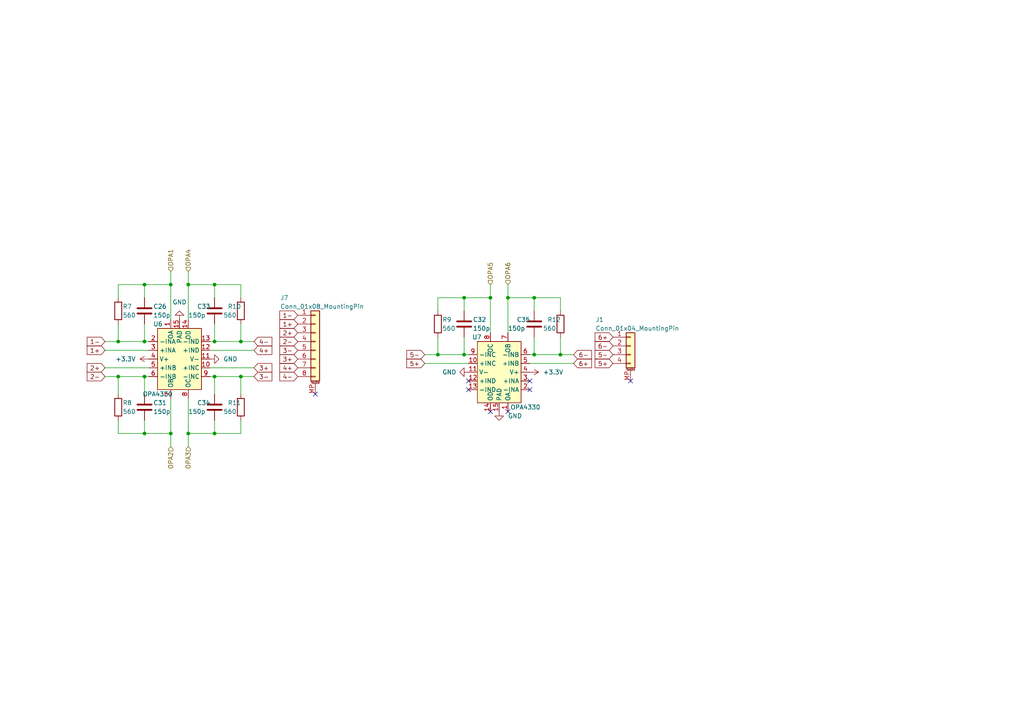
<source format=kicad_sch>
(kicad_sch (version 20231120) (generator "eeschema") (generator_version "8.0")
  (paper "A4")
  (title_block (title "Course Sun Sensor") (date "2024-04-18") (rev "V1") (comment 1 "22619291") (comment 2 "DP Theron"))
  (lib_symbols
    (symbol "Connector_Generic_MountingPin:Conn_01x04_MountingPin" (pin_names (offset 1.016) hide)
      (property "Reference" "J" (at 0 5.08 0))
      (property "Value" "Conn_01x04_MountingPin" (at 1.27 -7.62 0))
      (symbol "Conn_01x04_MountingPin_1_1"
        (rectangle (start -1.27 -4.953) (end 0 -5.207) (stroke (width 0.1524)))
        (rectangle (start -1.27 -2.413) (end 0 -2.667) (stroke (width 0.1524)))
        (rectangle (start -1.27 0.127) (end 0 -0.127) (stroke (width 0.1524)))
        (rectangle (start -1.27 2.667) (end 0 2.413) (stroke (width 0.1524)))
        (rectangle (start -1.27 3.81) (end 1.27 -6.35) (stroke (width 0.254)) (fill (type background)))
        (polyline (pts (xy -1.016 -7.112) (xy 1.016 -7.112)) (stroke (width 0.1524)))
        (text "Mounting" (at 0 -6.731 0) (effects (font (size 0.381 0.381))))
        (pin passive line (at -5.08 2.54 0) (length 3.81) (name "Pin_1") (number "1"))
        (pin passive line (at -5.08 0 0) (length 3.81) (name "Pin_2") (number "2"))
        (pin passive line (at -5.08 -2.54 0) (length 3.81) (name "Pin_3") (number "3"))
        (pin passive line (at -5.08 -5.08 0) (length 3.81) (name "Pin_4") (number "4"))
        (pin passive line (at 0 -10.16 90) (length 3.048) (name "MountPin") (number "MP"))
      )
    )
    (symbol "Connector_Generic_MountingPin:Conn_01x08_MountingPin" (pin_names (offset 1.016) hide)
      (property "Reference" "J" (at 0 10.16 0))
      (property "Value" "Conn_01x08_MountingPin" (at 1.27 -12.7 0))
      (symbol "Conn_01x08_MountingPin_1_1"
        (rectangle (start -1.27 -10.033) (end 0 -10.287) (stroke (width 0.1524)))
        (rectangle (start -1.27 -7.493) (end 0 -7.747) (stroke (width 0.1524)))
        (rectangle (start -1.27 -4.953) (end 0 -5.207) (stroke (width 0.1524)))
        (rectangle (start -1.27 -2.413) (end 0 -2.667) (stroke (width 0.1524)))
        (rectangle (start -1.27 0.127) (end 0 -0.127) (stroke (width 0.1524)))
        (rectangle (start -1.27 2.667) (end 0 2.413) (stroke (width 0.1524)))
        (rectangle (start -1.27 5.207) (end 0 4.953) (stroke (width 0.1524)))
        (rectangle (start -1.27 7.747) (end 0 7.493) (stroke (width 0.1524)))
        (rectangle (start -1.27 8.89) (end 1.27 -11.43) (stroke (width 0.254)) (fill (type background)))
        (polyline (pts (xy -1.016 -12.192) (xy 1.016 -12.192)) (stroke (width 0.1524)))
        (text "Mounting" (at 0 -11.811 0) (effects (font (size 0.381 0.381))))
        (pin passive line (at -5.08 7.62 0) (length 3.81) (name "Pin_1") (number "1"))
        (pin passive line (at -5.08 5.08 0) (length 3.81) (name "Pin_2") (number "2"))
        (pin passive line (at -5.08 2.54 0) (length 3.81) (name "Pin_3") (number "3"))
        (pin passive line (at -5.08 0 0) (length 3.81) (name "Pin_4") (number "4"))
        (pin passive line (at -5.08 -2.54 0) (length 3.81) (name "Pin_5") (number "5"))
        (pin passive line (at -5.08 -5.08 0) (length 3.81) (name "Pin_6") (number "6"))
        (pin passive line (at -5.08 -7.62 0) (length 3.81) (name "Pin_7") (number "7"))
        (pin passive line (at -5.08 -10.16 0) (length 3.81) (name "Pin_8") (number "8"))
        (pin passive line (at 0 -15.24 90) (length 3.048) (name "MountPin") (number "MP"))
      )
    )
    (symbol "Device:C" (pin_numbers hide) (pin_names (offset 0.254))
      (property "Reference" "C" (at 0.635 2.54 0))
      (property "Value" "C" (at 0.635 -2.54 0))
      (symbol "C_0_1"
        (polyline (pts (xy -2.032 -0.762) (xy 2.032 -0.762)) (stroke (width 0.508)))
        (polyline (pts (xy -2.032 0.762) (xy 2.032 0.762)) (stroke (width 0.508)))
      )
      (symbol "C_1_1"
        (pin passive line (at 0 3.81 270) (length 2.794) (name "~") (number "1"))
        (pin passive line (at 0 -3.81 90) (length 2.794) (name "~") (number "2"))
      )
    )
    (symbol "Device:R" (pin_numbers hide) (pin_names (offset 0))
      (property "Reference" "R" (at 2.032 0 90))
      (property "Value" "R" (at 0 0 90))
      (symbol "R_0_1"
        (rectangle (start -1.016 -2.54) (end 1.016 2.54) (stroke (width 0.254)))
      )
      (symbol "R_1_1"
        (pin passive line (at 0 3.81 270) (length 1.27) (name "~") (number "1"))
        (pin passive line (at 0 -3.81 90) (length 1.27) (name "~") (number "2"))
      )
    )
    (symbol "OPA4330_1"
      (property "Reference" "U" (at -6.35 10.16 0))
      (symbol "OPA4330_1_0_0"
        (text_box "" (at -6.35 8.89 0) (size 12.7 -17.78) (fill (type color) (color 255 255 194 1)) (effects (font (size 1.27 1.27)) (justify left top)))
      )
      (symbol "OPA4330_1_0_1"
        (rectangle (start -6.35 8.89) (end 6.35 -8.89))
      )
      (symbol "OPA4330_1_1_1"
        (pin output line (at -2.54 11.43 270) (length 2.54) (name "OA") (number "1"))
        (pin input line (at 8.89 -2.54 180) (length 2.54) (name "+INC") (number "10"))
        (pin power_out line (at 8.89 0 180) (length 2.54) (name "V-") (number "11"))
        (pin input line (at 8.89 2.54 180) (length 2.54) (name "+IND") (number "12"))
        (pin input line (at 8.89 5.08 180) (length 2.54) (name "-IND") (number "13"))
        (pin output line (at 2.54 11.43 270) (length 2.54) (name "OD") (number "14"))
        (pin passive line (at 0 11.43 270) (length 2.54) (name "PAD") (number "15"))
        (pin input line (at -8.89 5.08 0) (length 2.54) (name "-INA") (number "2"))
        (pin input line (at -8.89 2.54 0) (length 2.54) (name "+INA") (number "3"))
        (pin power_in line (at -8.89 0 0) (length 2.54) (name "V+") (number "4"))
        (pin input line (at -8.89 -2.54 0) (length 2.54) (name "+INB") (number "5"))
        (pin input line (at -8.89 -5.08 0) (length 2.54) (name "-INB") (number "6"))
        (pin output line (at -2.54 -11.43 90) (length 2.54) (name "OB") (number "7"))
        (pin output line (at 2.54 -11.43 90) (length 2.54) (name "OC") (number "8"))
        (pin input line (at 8.89 -5.08 180) (length 2.54) (name "-INC") (number "9"))
      )
    )
    (symbol "power:+3.3V" (power) (pin_names (offset 0))
      (property "Value" "+3.3V" (at 0 3.556 0))
      (symbol "+3.3V_0_1"
        (polyline (pts (xy -0.762 1.27) (xy 0 2.54)))
        (polyline (pts (xy 0 0) (xy 0 2.54)))
        (polyline (pts (xy 0 2.54) (xy 0.762 1.27)))
      )
      (symbol "+3.3V_1_1"
        (pin power_in line (at 0 0 90) (length 0) hide (name "+3.3V") (number "1"))
      )
    )
    (symbol "power:GND" (power) (pin_names (offset 0))
      (property "Value" "GND" (at 0 -3.81 0))
      (symbol "GND_0_1"
        (polyline (pts (xy 0 0) (xy 0 -1.27) (xy 1.27 -1.27) (xy 0 -2.54) (xy -1.27 -1.27) (xy 0 -1.27)))
      )
      (symbol "GND_1_1"
        (pin power_in line (at 0 0 270) (length 0) hide (name "GND") (number "1"))
      )
    )
  )
  (junction (at 41.91 82.55))
  (junction (at 134.62 102.87))
  (junction (at 162.56 102.87))
  (junction (at 142.24 86.36))
  (junction (at 49.53 125.73))
  (junction (at 62.23 99.06))
  (junction (at 62.23 125.73))
  (junction (at 69.85 109.22))
  (junction (at 127 102.87))
  (junction (at 34.29 99.06))
  (junction (at 62.23 109.22))
  (junction (at 154.94 102.87))
  (junction (at 54.61 82.55))
  (junction (at 34.29 109.22))
  (junction (at 69.85 99.06))
  (junction (at 41.91 109.22))
  (junction (at 41.91 125.73))
  (junction (at 147.32 86.36))
  (junction (at 49.53 82.55))
  (junction (at 134.62 86.36))
  (junction (at 154.94 86.36))
  (junction (at 62.23 82.55))
  (junction (at 54.61 125.73))
  (junction (at 41.91 99.06))
  (no_connect (at 135.89 113.03))
  (no_connect (at 147.32 119.38))
  (no_connect (at 153.67 113.03))
  (no_connect (at 91.44 114.3))
  (no_connect (at 142.24 119.38))
  (no_connect (at 153.67 110.49))
  (no_connect (at 182.88 110.49))
  (no_connect (at 135.89 110.49))
  (wire (pts (xy 162.56 97.79) (xy 162.56 102.87)))
  (wire (pts (xy 34.29 125.73) (xy 41.91 125.73)))
  (wire (pts (xy 54.61 115.57) (xy 54.61 125.73)))
  (wire (pts (xy 134.62 86.36) (xy 134.62 90.17)))
  (wire (pts (xy 62.23 121.92) (xy 62.23 125.73)))
  (wire (pts (xy 43.18 99.06) (xy 41.91 99.06)))
  (wire (pts (xy 54.61 78.74) (xy 54.61 82.55)))
  (wire (pts (xy 69.85 109.22) (xy 73.66 109.22)))
  (wire (pts (xy 54.61 125.73) (xy 62.23 125.73)))
  (wire (pts (xy 30.48 109.22) (xy 34.29 109.22)))
  (wire (pts (xy 62.23 109.22) (xy 62.23 114.3)))
  (wire (pts (xy 153.67 102.87) (xy 154.94 102.87)))
  (wire (pts (xy 60.96 99.06) (xy 62.23 99.06)))
  (wire (pts (xy 62.23 82.55) (xy 62.23 86.36)))
  (wire (pts (xy 62.23 82.55) (xy 69.85 82.55)))
  (wire (pts (xy 41.91 82.55) (xy 49.53 82.55)))
  (wire (pts (xy 123.19 102.87) (xy 127 102.87)))
  (wire (pts (xy 154.94 102.87) (xy 162.56 102.87)))
  (wire (pts (xy 62.23 109.22) (xy 69.85 109.22)))
  (wire (pts (xy 41.91 82.55) (xy 41.91 86.36)))
  (wire (pts (xy 69.85 109.22) (xy 69.85 114.3)))
  (wire (pts (xy 154.94 86.36) (xy 162.56 86.36)))
  (wire (pts (xy 49.53 125.73) (xy 49.53 129.54)))
  (wire (pts (xy 127 97.79) (xy 127 102.87)))
  (wire (pts (xy 69.85 99.06) (xy 73.66 99.06)))
  (wire (pts (xy 127 86.36) (xy 134.62 86.36)))
  (wire (pts (xy 41.91 121.92) (xy 41.91 125.73)))
  (wire (pts (xy 142.24 86.36) (xy 142.24 96.52)))
  (wire (pts (xy 142.24 82.55) (xy 142.24 86.36)))
  (wire (pts (xy 54.61 82.55) (xy 54.61 92.71)))
  (wire (pts (xy 43.18 109.22) (xy 41.91 109.22)))
  (wire (pts (xy 154.94 97.79) (xy 154.94 102.87)))
  (wire (pts (xy 60.96 101.6) (xy 73.66 101.6)))
  (wire (pts (xy 69.85 121.92) (xy 69.85 125.73)))
  (wire (pts (xy 69.85 86.36) (xy 69.85 82.55)))
  (wire (pts (xy 30.48 106.68) (xy 43.18 106.68)))
  (wire (pts (xy 134.62 97.79) (xy 134.62 102.87)))
  (wire (pts (xy 127 102.87) (xy 134.62 102.87)))
  (wire (pts (xy 162.56 102.87) (xy 166.37 102.87)))
  (wire (pts (xy 153.67 105.41) (xy 166.37 105.41)))
  (wire (pts (xy 123.19 105.41) (xy 135.89 105.41)))
  (wire (pts (xy 34.29 109.22) (xy 41.91 109.22)))
  (wire (pts (xy 34.29 93.98) (xy 34.29 99.06)))
  (wire (pts (xy 134.62 102.87) (xy 135.89 102.87)))
  (wire (pts (xy 34.29 109.22) (xy 34.29 114.3)))
  (wire (pts (xy 147.32 86.36) (xy 147.32 96.52)))
  (wire (pts (xy 41.91 125.73) (xy 49.53 125.73)))
  (wire (pts (xy 134.62 86.36) (xy 142.24 86.36)))
  (wire (pts (xy 49.53 115.57) (xy 49.53 125.73)))
  (wire (pts (xy 147.32 82.55) (xy 147.32 86.36)))
  (wire (pts (xy 62.23 99.06) (xy 69.85 99.06)))
  (wire (pts (xy 127 90.17) (xy 127 86.36)))
  (wire (pts (xy 54.61 125.73) (xy 54.61 129.54)))
  (wire (pts (xy 34.29 99.06) (xy 41.91 99.06)))
  (wire (pts (xy 162.56 86.36) (xy 162.56 90.17)))
  (wire (pts (xy 154.94 86.36) (xy 154.94 90.17)))
  (wire (pts (xy 41.91 109.22) (xy 41.91 114.3)))
  (wire (pts (xy 41.91 93.98) (xy 41.91 99.06)))
  (wire (pts (xy 30.48 101.6) (xy 43.18 101.6)))
  (wire (pts (xy 62.23 125.73) (xy 69.85 125.73)))
  (wire (pts (xy 147.32 86.36) (xy 154.94 86.36)))
  (wire (pts (xy 34.29 82.55) (xy 41.91 82.55)))
  (wire (pts (xy 60.96 109.22) (xy 62.23 109.22)))
  (wire (pts (xy 49.53 78.74) (xy 49.53 82.55)))
  (wire (pts (xy 69.85 93.98) (xy 69.85 99.06)))
  (wire (pts (xy 60.96 106.68) (xy 73.66 106.68)))
  (wire (pts (xy 30.48 99.06) (xy 34.29 99.06)))
  (wire (pts (xy 34.29 121.92) (xy 34.29 125.73)))
  (wire (pts (xy 49.53 82.55) (xy 49.53 92.71)))
  (wire (pts (xy 62.23 93.98) (xy 62.23 99.06)))
  (wire (pts (xy 62.23 82.55) (xy 54.61 82.55)))
  (wire (pts (xy 34.29 86.36) (xy 34.29 82.55)))
  (global_label "1-" (shape input) (at 86.36 91.44 180) (property "Intersheetrefs" "${INTERSHEET_REFS}" (effects (hide yes))))
  (global_label "4+" (shape input) (at 86.36 106.68 180) (property "Intersheetrefs" "${INTERSHEET_REFS}" (effects (hide yes))))
  (global_label "5+" (shape input) (at 177.8 105.41 180) (property "Intersheetrefs" "${INTERSHEET_REFS}" (effects (hide yes))))
  (global_label "2-" (shape input) (at 86.36 99.06 180) (property "Intersheetrefs" "${INTERSHEET_REFS}" (effects (hide yes))))
  (global_label "3-" (shape input) (at 73.66 109.22 0) (property "Intersheetrefs" "${INTERSHEET_REFS}" (effects (hide yes))))
  (global_label "5-" (shape input) (at 177.8 102.87 180) (property "Intersheetrefs" "${INTERSHEET_REFS}" (effects (hide yes))))
  (global_label "2+" (shape input) (at 86.36 96.52 180) (property "Intersheetrefs" "${INTERSHEET_REFS}" (effects (hide yes))))
  (global_label "5+" (shape input) (at 123.19 105.41 180) (property "Intersheetrefs" "${INTERSHEET_REFS}" (effects (hide yes))))
  (global_label "3-" (shape input) (at 86.36 101.6 180) (property "Intersheetrefs" "${INTERSHEET_REFS}" (effects (hide yes))))
  (global_label "3+" (shape input) (at 73.66 106.68 0) (property "Intersheetrefs" "${INTERSHEET_REFS}" (effects (hide yes))))
  (global_label "2+" (shape input) (at 30.48 106.68 180) (property "Intersheetrefs" "${INTERSHEET_REFS}" (effects (hide yes))))
  (global_label "4+" (shape input) (at 73.66 101.6 0) (property "Intersheetrefs" "${INTERSHEET_REFS}" (effects (hide yes))))
  (global_label "4-" (shape input) (at 73.66 99.06 0) (property "Intersheetrefs" "${INTERSHEET_REFS}" (effects (hide yes))))
  (global_label "6-" (shape input) (at 166.37 102.87 0) (property "Intersheetrefs" "${INTERSHEET_REFS}" (effects (hide yes))))
  (global_label "1+" (shape input) (at 30.48 101.6 180) (property "Intersheetrefs" "${INTERSHEET_REFS}" (effects (hide yes))))
  (global_label "6-" (shape input) (at 177.8 100.33 180) (property "Intersheetrefs" "${INTERSHEET_REFS}" (effects (hide yes))))
  (global_label "5-" (shape input) (at 123.19 102.87 180) (property "Intersheetrefs" "${INTERSHEET_REFS}" (effects (hide yes))))
  (global_label "6+" (shape input) (at 166.37 105.41 0) (property "Intersheetrefs" "${INTERSHEET_REFS}" (effects (hide yes))))
  (global_label "3+" (shape input) (at 86.36 104.14 180) (property "Intersheetrefs" "${INTERSHEET_REFS}" (effects (hide yes))))
  (global_label "1-" (shape input) (at 30.48 99.06 180) (property "Intersheetrefs" "${INTERSHEET_REFS}" (effects (hide yes))))
  (global_label "2-" (shape input) (at 30.48 109.22 180) (property "Intersheetrefs" "${INTERSHEET_REFS}" (effects (hide yes))))
  (global_label "6+" (shape input) (at 177.8 97.79 180) (property "Intersheetrefs" "${INTERSHEET_REFS}" (effects (hide yes))))
  (global_label "4-" (shape input) (at 86.36 109.22 180) (property "Intersheetrefs" "${INTERSHEET_REFS}" (effects (hide yes))))
  (global_label "1+" (shape input) (at 86.36 93.98 180) (property "Intersheetrefs" "${INTERSHEET_REFS}" (effects (hide yes))))
  (hierarchical_label "OPA5" (shape input) (at 142.24 82.55 90))
  (hierarchical_label "OPA6" (shape input) (at 147.32 82.55 90))
  (hierarchical_label "OPA1" (shape input) (at 49.53 78.74 90))
  (hierarchical_label "OPA3" (shape input) (at 54.61 129.54 270))
  (hierarchical_label "OPA2" (shape input) (at 49.53 129.54 270))
  (hierarchical_label "OPA4" (shape input) (at 54.61 78.74 90))
  (symbol (lib_name "OPA4330_1") (lib_id "Skripsie:OPA4330") (at 144.78 107.95 180) (unit 1)
    (property "Reference" "U7" (at 139.7 97.79 0) (effects (justify left)))
    (property "Value" "OPA4330" (at 152.4 118.11 0))
    (property "Footprint" "Skripsie:Texas_S-PVQFN-N14" (effects (hide yes)))
  )
  (symbol (lib_id "Device:R") (at 69.85 90.17 0) (unit 1)
    (property "Reference" "R10" (at 66.04 88.9 0) (effects (justify left)))
    (property "Value" "560" (at 64.77 91.44 0) (effects (justify left)))
    (property "Footprint" "Skripsie:R_0201_0603Metric" (effects (hide yes)))
  )
  (symbol (lib_id "Device:C") (at 62.23 90.17 0) (unit 1)
    (property "Reference" "C33" (at 57.15 88.9 0) (effects (justify left)))
    (property "Value" "150p" (at 54.61 91.44 0) (effects (justify left)))
    (property "Footprint" "Skripsie:C_0201_0603Metric" (effects (hide yes)))
  )
  (symbol (lib_id "Device:R") (at 69.85 118.11 0) (unit 1)
    (property "Reference" "R11" (at 66.04 116.84 0) (effects (justify left)))
    (property "Value" "560" (at 64.77 119.38 0) (effects (justify left)))
    (property "Footprint" "Skripsie:R_0201_0603Metric" (effects (hide yes)))
  )
  (symbol (lib_id "power:GND") (at 60.96 104.14 90) (unit 1)
    (property "Reference" "#PWR048" (effects (hide yes)))
    (property "Value" "GND" (at 64.77 104.14 90) (effects (justify right)))
  )
  (symbol (lib_id "power:GND") (at 144.78 119.38 0) (unit 1)
    (property "Reference" "#PWR047" (effects (hide yes)))
    (property "Value" "GND" (at 147.32 120.65 0) (effects (justify left)))
  )
  (symbol (lib_id "Device:C") (at 154.94 93.98 0) (unit 1)
    (property "Reference" "C35" (at 149.86 92.71 0) (effects (justify left)))
    (property "Value" "150p" (at 147.32 95.25 0) (effects (justify left)))
    (property "Footprint" "Skripsie:C_0201_0603Metric" (effects (hide yes)))
  )
  (symbol (lib_id "power:GND") (at 135.89 107.95 270) (unit 1)
    (property "Reference" "#PWR020" (effects (hide yes)))
    (property "Value" "GND" (at 128.27 107.95 90) (effects (justify left)))
  )
  (symbol (lib_id "power:GND") (at 52.07 92.71 180) (unit 1)
    (property "Reference" "#PWR021" (effects (hide yes)))
    (property "Value" "GND" (at 52.07 87.63 0))
  )
  (symbol (lib_id "power:+3.3V") (at 43.18 104.14 90) (unit 1)
    (property "Reference" "#PWR014" (effects (hide yes)))
    (property "Value" "+3.3V" (at 39.37 104.14 90) (effects (justify left)))
  )
  (symbol (lib_id "Device:C") (at 62.23 118.11 0) (unit 1)
    (property "Reference" "C34" (at 57.15 116.84 0) (effects (justify left)))
    (property "Value" "150p" (at 54.61 119.38 0) (effects (justify left)))
    (property "Footprint" "Skripsie:C_0201_0603Metric" (effects (hide yes)))
  )
  (symbol (lib_id "Device:R") (at 34.29 90.17 0) (unit 1)
    (property "Reference" "R7" (at 35.56 88.9 0) (effects (justify left)))
    (property "Value" "560" (at 35.56 91.44 0) (effects (justify left)))
    (property "Footprint" "Skripsie:R_0201_0603Metric" (effects (hide yes)))
  )
  (symbol (lib_name "OPA4330_1") (lib_id "Skripsie:OPA4330") (at 52.07 104.14 0) (unit 1)
    (property "Reference" "U6" (at 44.45 93.98 0) (effects (justify left)))
    (property "Value" "OPA4330" (at 45.72 114.3 0))
    (property "Footprint" "Skripsie:Texas_S-PVQFN-N14" (effects (hide yes)))
  )
  (symbol (lib_id "Connector_Generic_MountingPin:Conn_01x08_MountingPin") (at 91.44 99.06 0) (unit 1)
    (property "Reference" "J7" (at 81.28 86.36 0) (effects (justify left)))
    (property "Value" "Conn_01x08_MountingPin" (at 81.28 88.9 0) (effects (justify left)))
    (property "Footprint" "Skripsie:JST_GH_SM08B-GHS-TB_1x08-1MP_P1.25mm_Horizontal" (effects (hide yes)))
  )
  (symbol (lib_id "Device:C") (at 134.62 93.98 0) (unit 1)
    (property "Reference" "C32" (at 137.16 92.71 0) (effects (justify left)))
    (property "Value" "150p" (at 137.16 95.25 0) (effects (justify left)))
    (property "Footprint" "Skripsie:C_0201_0603Metric" (effects (hide yes)))
  )
  (symbol (lib_id "Device:C") (at 41.91 118.11 0) (unit 1)
    (property "Reference" "C31" (at 44.45 116.84 0) (effects (justify left)))
    (property "Value" "150p" (at 44.45 119.38 0) (effects (justify left)))
    (property "Footprint" "Skripsie:C_0201_0603Metric" (effects (hide yes)))
  )
  (symbol (lib_id "Device:C") (at 41.91 90.17 0) (unit 1)
    (property "Reference" "C26" (at 44.45 88.9 0) (effects (justify left)))
    (property "Value" "150p" (at 44.45 91.44 0) (effects (justify left)))
    (property "Footprint" "Skripsie:C_0201_0603Metric" (effects (hide yes)))
  )
  (symbol (lib_id "Device:R") (at 162.56 93.98 0) (unit 1)
    (property "Reference" "R12" (at 158.75 92.71 0) (effects (justify left)))
    (property "Value" "560" (at 157.48 95.25 0) (effects (justify left)))
    (property "Footprint" "Skripsie:R_0201_0603Metric" (effects (hide yes)))
  )
  (symbol (lib_id "Connector_Generic_MountingPin:Conn_01x04_MountingPin") (at 182.88 100.33 0) (unit 1)
    (property "Reference" "J1" (at 172.72 92.71 0) (effects (justify left)))
    (property "Value" "Conn_01x04_MountingPin" (at 172.72 95.25 0) (effects (justify left)))
    (property "Footprint" "Skripsie:JST_GH_SM04B-GHS-TB_1x04-1MP_P1.25mm_Horizontal" (effects (hide yes)))
  )
  (symbol (lib_id "Device:R") (at 127 93.98 0) (unit 1)
    (property "Reference" "R9" (at 128.27 92.71 0) (effects (justify left)))
    (property "Value" "560" (at 128.27 95.25 0) (effects (justify left)))
    (property "Footprint" "Skripsie:R_0201_0603Metric" (effects (hide yes)))
  )
  (symbol (lib_id "Device:R") (at 34.29 118.11 0) (unit 1)
    (property "Reference" "R8" (at 35.56 116.84 0) (effects (justify left)))
    (property "Value" "560" (at 35.56 119.38 0) (effects (justify left)))
    (property "Footprint" "Skripsie:R_0201_0603Metric" (effects (hide yes)))
  )
  (symbol (lib_id "power:+3.3V") (at 153.67 107.95 270) (unit 1)
    (property "Reference" "#PWR049" (effects (hide yes)))
    (property "Value" "+3.3V" (at 157.48 107.95 90) (effects (justify left)))
  )
)
</source>
